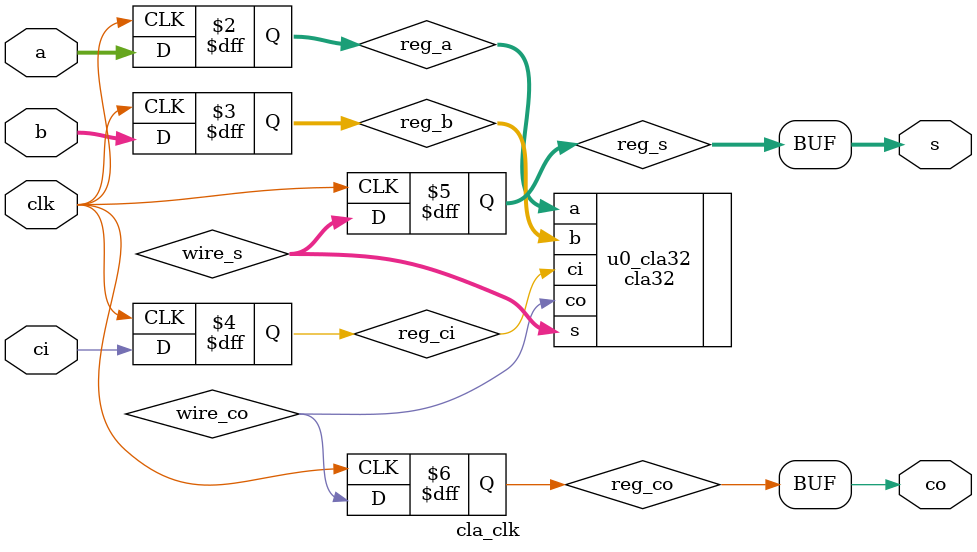
<source format=v>
module cla_clk (a,b,ci,clk,co,s);// module name cla_clk
	input clk;// 1bit input signal clk
	input [31:0] a,b;// 32bit input signal a,b
	input ci;// 1bit input signal ci
	output [31:0] s;// 32bit output signal s
	output co;// 1bit output signal co
	
	reg [31:0] reg_a, reg_b; // 32bit register of input reg_a,reg_b
	reg reg_ci;// 1bit register reg_ci
	reg [31:0] reg_s;// 32bit register of sum s
	reg reg_co;// 1bit register of carry out co
	
	wire [31:0] wire_s; // 32bit wire wire_s
	wire wire_co;// 1bit wire wire_co
	
	always @ (posedge clk)// clk at rising edge
	begin// rising edge, start
		reg_a <=a; // store a value to reg_a
		reg_b <=b;// store b value to reg_b
		reg_ci <=ci;// store ci value to reg_ci
		reg_s <=wire_s;// store wire_s value to reg_s
		reg_co <= wire_co; // store wire_co value to reg_co
	
	end
	// instance name u0_cla32, use cla32 module
	cla32 u0_cla32 (.a(reg_a), .b(reg_b), .ci(reg_ci), .co(wire_co), .s(wire_s));
	
	assign s = reg_s; // assign reg_s to s
	assign co = reg_co;// assign reg_co to co

endmodule

</source>
